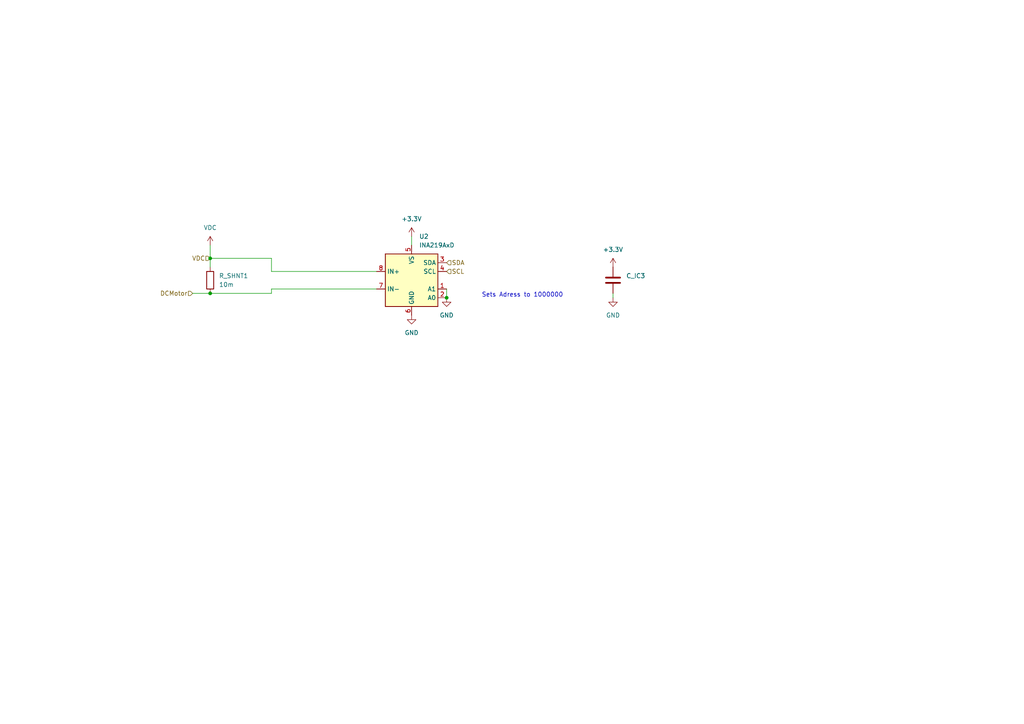
<source format=kicad_sch>
(kicad_sch (version 20230121) (generator eeschema)
  (paper "A4")
  (lib_symbols
    (symbol "Device:R" (pin_numbers hide) (pin_names (offset 0))
      (property "Reference" "R" (at 2.032 0 90))
      (property "Value" "R" (at 0 0 90))
      (symbol "R_0_1"
        (rectangle (start -1.016 -2.54) (end 1.016 2.54) (stroke (width 0.254)))
      )
      (symbol "R_1_1"
        (pin passive line (at 0 3.81 270) (length 1.27) (name "~") (number "1"))
        (pin passive line (at 0 -3.81 90) (length 1.27) (name "~") (number "2"))
      )
    )
    (symbol "PCM_Capacitor_AKL:C_Disc_D5.0mm_W2.5mm_P5.00mm" (pin_numbers hide) (pin_names (offset 0.254))
      (property "Reference" "C" (at 0.635 2.54 0))
      (property "Value" "C_Disc_D5.0mm_W2.5mm_P5.00mm" (at 0.635 -2.54 0))
      (symbol "C_Disc_D5.0mm_W2.5mm_P5.00mm_0_1"
        (polyline (pts (xy -2.032 -0.762) (xy 2.032 -0.762)) (stroke (width 0.508)))
        (polyline (pts (xy -2.032 0.762) (xy 2.032 0.762)) (stroke (width 0.508)))
      )
      (symbol "C_Disc_D5.0mm_W2.5mm_P5.00mm_1_1"
        (pin passive line (at 0 3.81 270) (length 2.794) (name "~") (number "1"))
        (pin passive line (at 0 -3.81 90) (length 2.794) (name "~") (number "2"))
      )
    )
    (symbol "Sensor_Energy:INA219AxD"
      (property "Reference" "U" (at -6.35 8.89 0))
      (property "Value" "INA219AxD" (at 5.08 8.89 0))
      (symbol "INA219AxD_0_1"
        (rectangle (start -7.62 7.62) (end 7.62 -7.62) (stroke (width 0.254)) (fill (type background)))
      )
      (symbol "INA219AxD_1_1"
        (pin input line (at 10.16 -2.54 180) (length 2.54) (name "A1") (number "1"))
        (pin input line (at 10.16 -5.08 180) (length 2.54) (name "A0") (number "2"))
        (pin bidirectional line (at 10.16 5.08 180) (length 2.54) (name "SDA") (number "3"))
        (pin input line (at 10.16 2.54 180) (length 2.54) (name "SCL") (number "4"))
        (pin power_in line (at 0 10.16 270) (length 2.54) (name "VS") (number "5"))
        (pin power_in line (at 0 -10.16 90) (length 2.54) (name "GND") (number "6"))
        (pin input line (at -10.16 -2.54 0) (length 2.54) (name "IN-") (number "7"))
        (pin input line (at -10.16 2.54 0) (length 2.54) (name "IN+") (number "8"))
      )
    )
    (symbol "power:+3.3V" (power) (pin_names (offset 0))
      (property "Value" "+3.3V" (at 0 3.556 0))
      (symbol "+3.3V_0_1"
        (polyline (pts (xy -0.762 1.27) (xy 0 2.54)))
        (polyline (pts (xy 0 0) (xy 0 2.54)))
        (polyline (pts (xy 0 2.54) (xy 0.762 1.27)))
      )
      (symbol "+3.3V_1_1"
        (pin power_in line (at 0 0 90) (length 0) hide (name "+3.3V") (number "1"))
      )
    )
    (symbol "power:GND" (power) (pin_names (offset 0))
      (property "Value" "GND" (at 0 -3.81 0))
      (symbol "GND_0_1"
        (polyline (pts (xy 0 0) (xy 0 -1.27) (xy 1.27 -1.27) (xy 0 -2.54) (xy -1.27 -1.27) (xy 0 -1.27)))
      )
      (symbol "GND_1_1"
        (pin power_in line (at 0 0 270) (length 0) hide (name "GND") (number "1"))
      )
    )
    (symbol "power:VDC" (power) (pin_names (offset 0))
      (property "Value" "VDC" (at 0 6.35 0))
      (symbol "VDC_0_1"
        (polyline (pts (xy -0.762 1.27) (xy 0 2.54)))
        (polyline (pts (xy 0 0) (xy 0 2.54)))
        (polyline (pts (xy 0 2.54) (xy 0.762 1.27)))
      )
      (symbol "VDC_1_1"
        (pin power_in line (at 0 0 90) (length 0) hide (name "VDC") (number "1"))
      )
    )
  )
  (junction (at 60.96 74.93))
  (junction (at 129.54 86.36))
  (junction (at 60.96 85.09))
  (wire (pts (xy 60.96 74.93) (xy 60.96 77.47)))
  (wire (pts (xy 78.74 83.82) (xy 78.74 85.09)))
  (wire (pts (xy 177.8 85.09) (xy 177.8 86.36)))
  (wire (pts (xy 78.74 78.74) (xy 78.74 74.93)))
  (wire (pts (xy 78.74 85.09) (xy 60.96 85.09)))
  (wire (pts (xy 129.54 83.82) (xy 129.54 86.36)))
  (wire (pts (xy 109.22 78.74) (xy 78.74 78.74)))
  (wire (pts (xy 109.22 83.82) (xy 78.74 83.82)))
  (wire (pts (xy 119.38 68.58) (xy 119.38 71.12)))
  (wire (pts (xy 78.74 74.93) (xy 60.96 74.93)))
  (wire (pts (xy 55.88 85.09) (xy 60.96 85.09)))
  (wire (pts (xy 60.96 71.12) (xy 60.96 74.93)))
  (text "Sets Adress to 1000000" (at 139.7 86.36 0) (effects (font (size 1.27 1.27)) (justify left bottom)))
  (hierarchical_label "VDC" (shape input) (at 60.96 74.93 180))
  (hierarchical_label "SCL" (shape input) (at 129.54 78.74 0))
  (hierarchical_label "DCMotor" (shape input) (at 55.88 85.09 180))
  (hierarchical_label "SDA" (shape input) (at 129.54 76.2 0))
  (symbol (lib_id "Sensor_Energy:INA219AxD") (at 119.38 81.28 0) (unit 1)
    (property "Reference" "U2" (at 121.5741 68.58 0) (effects (justify left)))
    (property "Value" "INA219AxD" (at 121.5741 71.12 0) (effects (justify left)))
    (property "Footprint" "Package_SO:SOIC-8_3.9x4.9mm_P1.27mm" (effects hide))
    (property "Datasheet" "http://www.ti.com/lit/ds/symlink/ina219.pdf" (effects hide))
  )
  (symbol (lib_id "power:GND") (at 177.8 86.36 0) (unit 1)
    (property "Reference" "#PWR035" (effects hide))
    (property "Value" "GND" (at 177.8 91.44 0))
    (instances (project "GateControl" (path "" (reference "#PWR035") (unit 1))) (project "PicoBreakout" (path "" (reference "#PWR017") (unit 1))))
  )
  (symbol (lib_id "power:+3.3V") (at 119.38 68.58 0) (unit 1)
    (property "Reference" "#PWR031" (effects hide))
    (property "Value" "+3.3V" (at 119.38 63.5 0))
    (instances (project "GateControl" (path "" (reference "#PWR031") (unit 1))) (project "PicoBreakout" (path "" (reference "#PWR024") (unit 1))))
  )
  (symbol (lib_id "power:+3.3V") (at 177.8 77.47 0) (unit 1)
    (property "Reference" "#PWR036" (effects hide))
    (property "Value" "+3.3V" (at 177.8 72.39 0))
    (instances (project "GateControl" (path "" (reference "#PWR036") (unit 1))) (project "PicoBreakout" (path "" (reference "#PWR024") (unit 1))))
  )
  (symbol (lib_id "power:VDC") (at 60.96 71.12 0) (unit 1)
    (property "Reference" "#PWR07" (effects hide))
    (property "Value" "VDC" (at 60.96 66.04 0))
  )
  (symbol (lib_id "power:GND") (at 129.54 86.36 0) (unit 1)
    (property "Reference" "#PWR034" (effects hide))
    (property "Value" "GND" (at 129.54 91.44 0))
  )
  (symbol (lib_id "PCM_Capacitor_AKL:C_Disc_D5.0mm_W2.5mm_P5.00mm") (at 177.8 81.28 0) (unit 1)
    (property "Reference" "C_IC3" (at 181.61 80.01 0) (effects (justify left)))
    (property "Value" "C_Disc_D5.0mm_W2.5mm_P5.00mm" (effects hide))
    (property "Footprint" "Capacitor_THT:C_Disc_D5.0mm_W2.5mm_P5.00mm" (effects hide))
    (instances (project "GateControl" (path "" (reference "C_IC3") (unit 1))) (project "PicoBreakout" (path "" (reference "C4_01uF1") (unit 1))))
  )
  (symbol (lib_id "power:GND") (at 119.38 91.44 0) (unit 1)
    (property "Reference" "#PWR032" (effects hide))
    (property "Value" "GND" (at 119.38 96.52 0))
  )
  (symbol (lib_id "Device:R") (at 60.96 81.28 0) (unit 1)
    (property "Reference" "R_SHNT1" (at 63.5 80.01 0) (effects (justify left)))
    (property "Value" "10m" (at 63.5 82.55 0) (effects (justify left)))
    (property "Footprint" "Resistor_SMD:R_1206_3216Metric_Pad1.30x1.75mm_HandSolder" (effects hide))
    (property "Mfr. Part" "RTT06R010FTP" (effects hide))
  )
)
</source>
